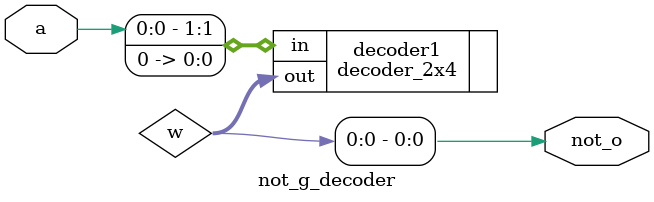
<source format=v>
`timescale 1ns / 1ps
module not_g_decoder(
  input a,
  output not_o
    );

wire [3:0] w;

decoder_2x4 decoder1(.in({a,1'b0}),.out(w));

assign not_o=w[0];

endmodule

</source>
